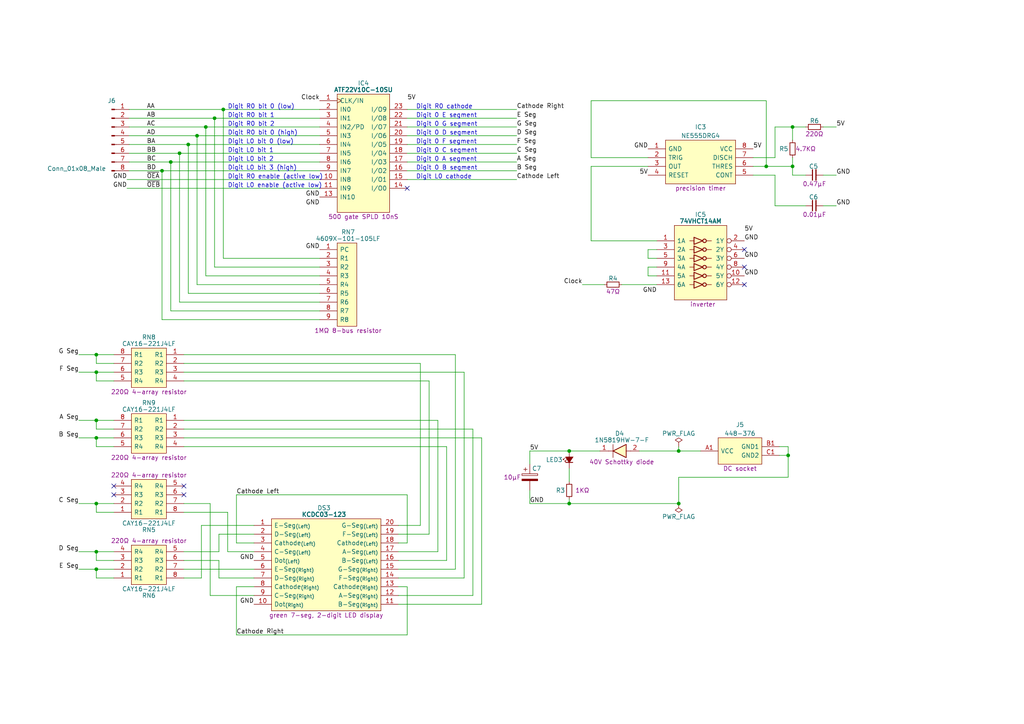
<source format=kicad_sch>
(kicad_sch (version 20211123) (generator eeschema)
  (paper "A4")
  (lib_symbols
    (symbol "Bourns:4609X-101-105LF" (pin_names (offset 0.762))
      (property "Reference" "RN" (at 8.255 5.08 0))
      (property "Value" "4609X-101-105LF" (at 8.255 3.175 0))
      (property "Description" "1MΩ 8-bus resistor" (at 8.255 -23.495 0))
      (symbol "4609X-101-105LF_0_0"
        (pin passive line (at 0 0 0) (length 5.08) (name "PC") (number "1"))
        (pin passive line (at 0 -2.54 0) (length 5.08) (name "R1") (number "2"))
        (pin passive line (at 0 -5.08 0) (length 5.08) (name "R2") (number "3"))
        (pin passive line (at 0 -7.62 0) (length 5.08) (name "R3") (number "4"))
        (pin passive line (at 0 -10.16 0) (length 5.08) (name "R4") (number "5"))
        (pin passive line (at 0 -12.7 0) (length 5.08) (name "R5") (number "6"))
        (pin passive line (at 0 -15.24 0) (length 5.08) (name "R6") (number "7"))
        (pin passive line (at 0 -17.78 0) (length 5.08) (name "R7") (number "8"))
        (pin passive line (at 0 -20.32 0) (length 5.08) (name "R8") (number "9"))
      )
      (symbol "4609X-101-105LF_0_1"
        (polyline (pts (xy 5.08 1.905) (xy 10.795 1.905) (xy 10.795 -22.225) (xy 5.08 -22.225) (xy 5.08 1.905)) (stroke (width 0.1524)) (fill (type background)))
      )
    )
    (symbol "Bourns:CAY16-221J4LF" (pin_names (offset 0.762))
      (property "Reference" "RN" (at 10.16 5.08 0))
      (property "Value" "CAY16-221J4LF" (at 10.16 3.175 0))
      (property "Description" "220Ω 4-array resistor" (at 10.16 -10.795 0))
      (symbol "CAY16-221J4LF_0_0"
        (pin passive line (at 0 0 0) (length 5.08) (name "R1") (number "1"))
        (pin passive line (at 0 -2.54 0) (length 5.08) (name "R2") (number "2"))
        (pin passive line (at 0 -5.08 0) (length 5.08) (name "R3") (number "3"))
        (pin passive line (at 0 -7.62 0) (length 5.08) (name "R4") (number "4"))
        (pin passive line (at 20.32 -7.62 180) (length 5.08) (name "R4") (number "5"))
        (pin passive line (at 20.32 -5.08 180) (length 5.08) (name "R3") (number "6"))
        (pin passive line (at 20.32 -2.54 180) (length 5.08) (name "R2") (number "7"))
        (pin passive line (at 20.32 0 180) (length 5.08) (name "R1") (number "8"))
      )
      (symbol "CAY16-221J4LF_0_1"
        (polyline (pts (xy 5.08 1.905) (xy 15.24 1.905) (xy 15.24 -9.525) (xy 5.08 -9.525) (xy 5.08 1.905)) (stroke (width 0.1524)) (fill (type background)))
      )
    )
    (symbol "Connector:Conn_01x08_Male" (pin_names (offset 1.016) hide)
      (property "Reference" "J" (at 0 10.16 0))
      (property "Value" "Conn_01x08_Male" (at 0 -12.7 0))
      (symbol "Conn_01x08_Male_1_1"
        (polyline (pts (xy 1.27 -10.16) (xy 0.8636 -10.16)) (stroke (width 0.1524)))
        (polyline (pts (xy 1.27 -7.62) (xy 0.8636 -7.62)) (stroke (width 0.1524)))
        (polyline (pts (xy 1.27 -5.08) (xy 0.8636 -5.08)) (stroke (width 0.1524)))
        (polyline (pts (xy 1.27 -2.54) (xy 0.8636 -2.54)) (stroke (width 0.1524)))
        (polyline (pts (xy 1.27 0) (xy 0.8636 0)) (stroke (width 0.1524)))
        (polyline (pts (xy 1.27 2.54) (xy 0.8636 2.54)) (stroke (width 0.1524)))
        (polyline (pts (xy 1.27 5.08) (xy 0.8636 5.08)) (stroke (width 0.1524)))
        (polyline (pts (xy 1.27 7.62) (xy 0.8636 7.62)) (stroke (width 0.1524)))
        (rectangle (start 0.8636 -10.033) (end 0 -10.287) (stroke (width 0.1524)) (fill (type outline)))
        (rectangle (start 0.8636 -7.493) (end 0 -7.747) (stroke (width 0.1524)) (fill (type outline)))
        (rectangle (start 0.8636 -4.953) (end 0 -5.207) (stroke (width 0.1524)) (fill (type outline)))
        (rectangle (start 0.8636 -2.413) (end 0 -2.667) (stroke (width 0.1524)) (fill (type outline)))
        (rectangle (start 0.8636 0.127) (end 0 -0.127) (stroke (width 0.1524)) (fill (type outline)))
        (rectangle (start 0.8636 2.667) (end 0 2.413) (stroke (width 0.1524)) (fill (type outline)))
        (rectangle (start 0.8636 5.207) (end 0 4.953) (stroke (width 0.1524)) (fill (type outline)))
        (rectangle (start 0.8636 7.747) (end 0 7.493) (stroke (width 0.1524)) (fill (type outline)))
        (pin passive line (at 5.08 7.62 180) (length 3.81) (name "Pin_1") (number "1"))
        (pin passive line (at 5.08 5.08 180) (length 3.81) (name "Pin_2") (number "2"))
        (pin passive line (at 5.08 2.54 180) (length 3.81) (name "Pin_3") (number "3"))
        (pin passive line (at 5.08 0 180) (length 3.81) (name "Pin_4") (number "4"))
        (pin passive line (at 5.08 -2.54 180) (length 3.81) (name "Pin_5") (number "5"))
        (pin passive line (at 5.08 -5.08 180) (length 3.81) (name "Pin_6") (number "6"))
        (pin passive line (at 5.08 -7.62 180) (length 3.81) (name "Pin_7") (number "7"))
        (pin passive line (at 5.08 -10.16 180) (length 3.81) (name "Pin_8") (number "8"))
      )
    )
    (symbol "Device:C_Polarized" (pin_numbers hide) (pin_names (offset 0.254))
      (property "Reference" "C" (at 0.635 2.54 0))
      (property "Value" "C_Polarized" (at 0.635 -2.54 0))
      (symbol "C_Polarized_0_1"
        (rectangle (start -2.286 0.508) (end 2.286 1.016))
        (polyline (pts (xy -1.778 2.286) (xy -0.762 2.286)))
        (polyline (pts (xy -1.27 2.794) (xy -1.27 1.778)))
        (rectangle (start 2.286 -0.508) (end -2.286 -1.016) (fill (type outline)))
      )
      (symbol "C_Polarized_1_1"
        (pin passive line (at 0 3.81 270) (length 2.794) (name "~") (number "1"))
        (pin passive line (at 0 -3.81 90) (length 2.794) (name "~") (number "2"))
      )
    )
    (symbol "Device:LED_Small_Filled" (pin_numbers hide) (pin_names (offset 0.254) hide)
      (property "Reference" "D" (at -1.27 3.175 0))
      (property "Value" "LED_Small_Filled" (at -4.445 -2.54 0))
      (symbol "LED_Small_Filled_0_1"
        (polyline (pts (xy -0.762 -1.016) (xy -0.762 1.016)) (stroke (width 0.254)))
        (polyline (pts (xy 1.016 0) (xy -0.762 0)))
        (polyline (pts (xy 0.762 -1.016) (xy -0.762 0) (xy 0.762 1.016) (xy 0.762 -1.016)) (stroke (width 0.254)) (fill (type outline)))
        (polyline (pts (xy 0 0.762) (xy -0.508 1.27) (xy -0.254 1.27) (xy -0.508 1.27) (xy -0.508 1.016)))
        (polyline (pts (xy 0.508 1.27) (xy 0 1.778) (xy 0.254 1.778) (xy 0 1.778) (xy 0 1.524)))
      )
      (symbol "LED_Small_Filled_1_1"
        (pin passive line (at -2.54 0 0) (length 1.778) (name "K") (number "1"))
        (pin passive line (at 2.54 0 180) (length 1.778) (name "A") (number "2"))
      )
    )
    (symbol "Diodes_Inc:1N5819HW-7-F" (pin_names (offset 0.762))
      (property "Reference" "D" (at 5.715 5.08 0))
      (property "Value" "1N5819HW-7-F" (at 6.35 3.175 0))
      (property "Description" "40V Schottky diode" (at 6.35 -3.175 0))
      (symbol "1N5819HW-7-F_0_0"
        (pin passive line (at 0 0 0) (length 2.54) (name "~") (number "1"))
        (pin passive line (at 11.43 0 180) (length 2.54) (name "~") (number "2"))
      )
      (symbol "1N5819HW-7-F_0_1"
        (polyline (pts (xy 2.54 0) (xy 3.81 0)) (stroke (width 0.1524)))
        (polyline (pts (xy 3.81 1.905) (xy 3.81 -1.905)) (stroke (width 0.1524)))
        (polyline (pts (xy 7.62 0) (xy 8.89 0)) (stroke (width 0.1524)))
        (polyline (pts (xy 3.81 0) (xy 7.62 1.905) (xy 7.62 -1.905) (xy 3.81 0)) (stroke (width 0.254)) (fill (type background)))
      )
    )
    (symbol "HCP65:C_0805" (pin_numbers hide) (pin_names (offset 0.254) hide)
      (property "Reference" "C" (at 2.286 2.54 0))
      (property "Description" "?μF" (at 2.54 -2.54 0))
      (symbol "C_0805_0_1"
        (polyline (pts (xy 1.9685 -1.4605) (xy 1.9685 1.5875)) (stroke (width 0.3048)))
        (polyline (pts (xy 2.9845 -1.4605) (xy 2.9845 1.5875)) (stroke (width 0.3302)))
      )
      (symbol "C_0805_1_1"
        (pin passive line (at 0 0 0) (length 2.032) (name "~") (number "1"))
        (pin passive line (at 5.08 0 180) (length 2.032) (name "~") (number "2"))
      )
    )
    (symbol "HCP65:R_0805" (pin_numbers hide) (pin_names hide)
      (property "Reference" "R" (at 2.54 1.778 0))
      (property "Description" "?Ω" (at 2.54 -2.032 0))
      (symbol "R_0805_0_1"
        (rectangle (start 0.762 0.762) (end 4.318 -0.762) (stroke (width 0.2032)))
      )
      (symbol "R_0805_1_1"
        (pin passive line (at 0 0 0) (length 0.72) (name "~") (number "1"))
        (pin passive line (at 5.08 0 180) (length 0.72) (name "~") (number "2"))
      )
    )
    (symbol "Kingbright:KCDC03-123" (pin_names (offset 0.762))
      (property "Reference" "DS" (at 20.32 5.08 0))
      (property "Value" "KCDC03-123" (at 20.32 3.175 0))
      (property "Description" "green 7-seg, 2-digit LED display" (at 20.955 -26.035 0))
      (symbol "KCDC03-123_0_0"
        (pin input line (at 0 0 0) (length 5.08) (name "E-Seg_{(Left)}") (number "1"))
        (pin input line (at 0 -22.86 0) (length 5.08) (name "Dot_{(Right)}") (number "10"))
        (pin input line (at 41.91 -22.86 180) (length 5.08) (name "B-Seg_{(Right)}") (number "11"))
        (pin input line (at 41.91 -20.32 180) (length 5.08) (name "A-Seg_{(Right)}") (number "12"))
        (pin passive line (at 41.91 -17.78 180) (length 5.08) (name "Cathode_{(Right)}") (number "13"))
        (pin input line (at 41.91 -15.24 180) (length 5.08) (name "F-Seg_{(Right)}") (number "14"))
        (pin input line (at 41.91 -12.7 180) (length 5.08) (name "G-Seg_{(Right)}") (number "15"))
        (pin input line (at 41.91 -10.16 180) (length 5.08) (name "B-Seg_{(Left)}") (number "16"))
        (pin input line (at 41.91 -7.62 180) (length 5.08) (name "A-Seg_{(Left)}") (number "17"))
        (pin passive line (at 41.91 -5.08 180) (length 5.08) (name "Cathode_{(Left)}") (number "18"))
        (pin input line (at 41.91 -2.54 180) (length 5.08) (name "F-Seg_{(Left)}") (number "19"))
        (pin input line (at 0 -2.54 0) (length 5.08) (name "D-Seg_{(Left)}") (number "2"))
        (pin input line (at 41.91 0 180) (length 5.08) (name "G-Seg_{(Left)}") (number "20"))
        (pin passive line (at 0 -5.08 0) (length 5.08) (name "Cathode_{(Left)}") (number "3"))
        (pin input line (at 0 -7.62 0) (length 5.08) (name "C-Seg_{(Left)}") (number "4"))
        (pin input line (at 0 -10.16 0) (length 5.08) (name "Dot_{(Left)}") (number "5"))
        (pin input line (at 0 -12.7 0) (length 5.08) (name "E-Seg_{(Right)}") (number "6"))
        (pin input line (at 0 -15.24 0) (length 5.08) (name "D-Seg_{(Right)}") (number "7"))
        (pin passive line (at 0 -17.78 0) (length 5.08) (name "Cathode_{(Right)}") (number "8"))
        (pin input line (at 0 -20.32 0) (length 5.08) (name "C-Seg_{(Right)}") (number "9"))
      )
      (symbol "KCDC03-123_0_1"
        (polyline (pts (xy 5.08 1.905) (xy 36.83 1.905) (xy 36.83 -24.765) (xy 5.08 -24.765) (xy 5.08 1.905)) (stroke (width 0.1524)) (fill (type background)))
      )
    )
    (symbol "Microchip:ATF22V10C-10SU" (pin_names (offset 0.762))
      (property "Reference" "IC" (at 12.7 5.08 0))
      (property "Value" "ATF22V10C-10SU" (at 12.7 3.175 0))
      (property "Description" "500 gate SPLD 10nS" (at 12.7 -33.655 0))
      (symbol "ATF22V10C-10SU_0_0"
        (pin input clock (at 0 0 0) (length 5.08) (name "CLK/IN") (number "1"))
        (pin input line (at 0 -22.86 0) (length 5.08) (name "IN8") (number "10"))
        (pin input line (at 0 -25.4 0) (length 5.08) (name "IN9") (number "11"))
        (pin passive line (at 0 -30.48 0) (length 5.08) hide (name "GND") (number "12"))
        (pin input line (at 0 -27.94 0) (length 5.08) (name "IN10") (number "13"))
        (pin bidirectional line (at 25.4 -25.4 180) (length 5.08) (name "I/O0") (number "14"))
        (pin bidirectional line (at 25.4 -22.86 180) (length 5.08) (name "I/O1") (number "15"))
        (pin bidirectional line (at 25.4 -20.32 180) (length 5.08) (name "I/O2") (number "16"))
        (pin bidirectional line (at 25.4 -17.78 180) (length 5.08) (name "I/O3") (number "17"))
        (pin bidirectional line (at 25.4 -15.24 180) (length 5.08) (name "I/O4") (number "18"))
        (pin bidirectional line (at 25.4 -12.7 180) (length 5.08) (name "I/O5") (number "19"))
        (pin input line (at 0 -2.54 0) (length 5.08) (name "IN0") (number "2"))
        (pin bidirectional line (at 25.4 -10.16 180) (length 5.08) (name "I/O6") (number "20"))
        (pin bidirectional line (at 25.4 -7.62 180) (length 5.08) (name "I/O7") (number "21"))
        (pin bidirectional line (at 25.4 -5.08 180) (length 5.08) (name "I/O8") (number "22"))
        (pin bidirectional line (at 25.4 -2.54 180) (length 5.08) (name "I/O9") (number "23"))
        (pin passive line (at 25.4 0 180) (length 5.08) hide (name "5V") (number "24"))
        (pin input line (at 0 -5.08 0) (length 5.08) (name "IN1") (number "3"))
        (pin input line (at 0 -7.62 0) (length 5.08) (name "IN2/PD") (number "4"))
        (pin input line (at 0 -10.16 0) (length 5.08) (name "IN3") (number "5"))
        (pin input line (at 0 -12.7 0) (length 5.08) (name "IN4") (number "6"))
        (pin input line (at 0 -15.24 0) (length 5.08) (name "IN5") (number "7"))
        (pin input line (at 0 -17.78 0) (length 5.08) (name "IN6") (number "8"))
        (pin input line (at 0 -20.32 0) (length 5.08) (name "IN7") (number "9"))
      )
      (symbol "ATF22V10C-10SU_0_1"
        (polyline (pts (xy 5.08 1.905) (xy 20.32 1.905) (xy 20.32 -32.385) (xy 5.08 -32.385) (xy 5.08 1.905)) (stroke (width 0.1524)) (fill (type background)))
      )
    )
    (symbol "ON_Semiconductor:74VHCT14AM" (pin_names (offset 0.762))
      (property "Reference" "IC" (at 12.7 7.62 0))
      (property "Value" "74VHCT14AM" (at 12.7 5.715 0))
      (property "Description" "inverter" (at 13.335 -18.415 0))
      (symbol "74VHCT14AM_0_0"
        (pin input line (at 0 0 0) (length 5.08) (name "1A") (number "1"))
        (pin output inverted (at 25.4 -10.16 180) (length 5.08) (name "5Y") (number "10"))
        (pin input line (at 0 -10.16 0) (length 5.08) (name "5A") (number "11"))
        (pin output inverted (at 25.4 -12.7 180) (length 5.08) (name "6Y") (number "12"))
        (pin input line (at 0 -12.7 0) (length 5.08) (name "6A") (number "13"))
        (pin passive line (at 25.4 2.54 180) (length 5.08) hide (name "5V") (number "14"))
        (pin output inverted (at 25.4 0 180) (length 5.08) (name "1Y") (number "2"))
        (pin input line (at 0 -2.54 0) (length 5.08) (name "2A") (number "3"))
        (pin output inverted (at 25.4 -2.54 180) (length 5.08) (name "2Y") (number "4"))
        (pin input line (at 0 -5.08 0) (length 5.08) (name "3A") (number "5"))
        (pin output inverted (at 25.4 -5.08 180) (length 5.08) (name "3Y") (number "6"))
        (pin passive line (at 0 -15.24 0) (length 5.08) hide (name "GND") (number "7"))
        (pin output inverted (at 25.4 -7.62 180) (length 5.08) (name "4Y") (number "8"))
        (pin input line (at 0 -7.62 0) (length 5.08) (name "4A") (number "9"))
      )
      (symbol "74VHCT14AM_0_1"
        (polyline (pts (xy 9.525 -12.7) (xy 10.7949 -12.7)))
        (polyline (pts (xy 9.525 -10.16) (xy 10.7949 -10.16)))
        (polyline (pts (xy 9.525 -7.62) (xy 10.7949 -7.62)))
        (polyline (pts (xy 9.525 -5.08) (xy 10.7949 -5.08)))
        (polyline (pts (xy 9.525 -2.54) (xy 10.7949 -2.54)))
        (polyline (pts (xy 9.525 0) (xy 10.7949 0)))
        (polyline (pts (xy 14.351 -12.7) (xy 15.875 -12.7)))
        (polyline (pts (xy 14.351 -10.16) (xy 15.875 -10.16)))
        (polyline (pts (xy 14.351 -7.62) (xy 15.875 -7.62)))
        (polyline (pts (xy 14.351 -5.08) (xy 15.875 -5.08)))
        (polyline (pts (xy 14.351 -2.54) (xy 15.875 -2.54)))
        (polyline (pts (xy 14.351 0) (xy 15.875 0)))
        (polyline (pts (xy 10.795 -13.716) (xy 13.335 -12.7) (xy 10.795 -11.684)) (stroke (width 0.254)))
        (polyline (pts (xy 10.795 -11.176) (xy 13.335 -10.16) (xy 10.795 -9.144)) (stroke (width 0.254)))
        (polyline (pts (xy 10.795 -8.636) (xy 13.335 -7.62) (xy 10.795 -6.604)) (stroke (width 0.254)))
        (polyline (pts (xy 10.795 -6.096) (xy 13.335 -5.08) (xy 10.795 -4.064)) (stroke (width 0.254)))
        (polyline (pts (xy 10.795 -3.556) (xy 13.335 -2.54) (xy 10.795 -1.524)) (stroke (width 0.254)))
        (polyline (pts (xy 10.795 -1.016) (xy 13.335 0) (xy 10.795 1.016)) (stroke (width 0.254)))
        (polyline (pts (xy 5.08 4.445) (xy 20.32 4.445) (xy 20.32 -17.145) (xy 5.08 -17.145) (xy 5.08 4.445)) (stroke (width 0.1524)) (fill (type background)))
        (rectangle (start 10.795 -11.684) (end 10.795 -13.716) (stroke (width 0.254)) (fill (type background)))
        (rectangle (start 10.795 -9.144) (end 10.795 -11.176) (stroke (width 0.254)) (fill (type background)))
        (rectangle (start 10.795 -6.604) (end 10.795 -8.636) (stroke (width 0.254)) (fill (type background)))
        (rectangle (start 10.795 -4.064) (end 10.795 -6.096) (stroke (width 0.254)) (fill (type background)))
        (rectangle (start 10.795 -1.524) (end 10.795 -3.556) (stroke (width 0.254)) (fill (type background)))
        (rectangle (start 10.795 1.016) (end 10.795 -1.016) (stroke (width 0.254)) (fill (type background)))
        (circle (center 13.843 -12.7) (radius 0.508) (stroke (width 0.254)))
        (circle (center 13.843 -10.16) (radius 0.508) (stroke (width 0.254)))
        (circle (center 13.843 -7.62) (radius 0.508) (stroke (width 0.254)))
        (circle (center 13.843 -5.08) (radius 0.508) (stroke (width 0.254)))
        (circle (center 13.843 -2.54) (radius 0.508) (stroke (width 0.254)))
        (circle (center 13.843 0) (radius 0.508) (stroke (width 0.254)))
      )
    )
    (symbol "RS_Components:448-376" (pin_names (offset 0.762))
      (property "Reference" "J" (at 11.43 6.35 0))
      (property "Value" "448-376" (at 11.43 3.81 0))
      (property "Description" "DC socket" (at 11.43 -6.35 0))
      (symbol "448-376_0_0"
        (pin passive line (at 0 -1.27 0) (length 5.08) (name "VCC") (number "A1"))
        (pin passive line (at 22.86 0 180) (length 5.08) (name "GND1") (number "B1"))
        (pin passive line (at 22.86 -2.54 180) (length 5.08) (name "GND2") (number "C1"))
      )
      (symbol "448-376_0_1"
        (polyline (pts (xy 5.08 2.54) (xy 17.78 2.54) (xy 17.78 -5.08) (xy 5.08 -5.08) (xy 5.08 2.54)) (stroke (width 0.1524)) (fill (type background)))
      )
    )
    (symbol "Texas_Instruments:NE555DRG4" (pin_names (offset 0.762))
      (property "Reference" "IC3" (at 15.24 6.35 0))
      (property "Value" "NE555DRG4" (at 15.24 3.81 0))
      (property "Description" "precision timer" (at 15.24 -11.43 0))
      (symbol "NE555DRG4_0_0"
        (pin passive line (at 0 0 0) (length 5.08) (name "GND") (number "1"))
        (pin passive line (at 0 -2.54 0) (length 5.08) (name "TRIG") (number "2"))
        (pin passive line (at 0 -5.08 0) (length 5.08) (name "OUT") (number "3"))
        (pin passive line (at 0 -7.62 0) (length 5.08) (name "RESET") (number "4"))
        (pin passive line (at 30.48 -7.62 180) (length 5.08) (name "CONT") (number "5"))
        (pin passive line (at 30.48 -5.08 180) (length 5.08) (name "THRES") (number "6"))
        (pin passive line (at 30.48 -2.54 180) (length 5.08) (name "DISCH") (number "7"))
        (pin passive line (at 30.48 0 180) (length 5.08) (name "VCC") (number "8"))
      )
      (symbol "NE555DRG4_0_1"
        (polyline (pts (xy 5.08 2.54) (xy 25.4 2.54) (xy 25.4 -10.16) (xy 5.08 -10.16) (xy 5.08 2.54)) (stroke (width 0.1524)) (fill (type background)))
      )
    )
    (symbol "power:PWR_FLAG" (power) (pin_numbers hide) (pin_names (offset 0) hide)
      (property "Value" "PWR_FLAG" (at 0 3.81 0))
      (symbol "PWR_FLAG_0_0"
        (pin power_out line (at 0 0 90) (length 0) (name "pwr") (number "1"))
      )
      (symbol "PWR_FLAG_0_1"
        (polyline (pts (xy 0 0) (xy 0 1.27) (xy -1.016 1.905) (xy 0 2.54) (xy 1.016 1.905) (xy 0 1.27)))
      )
    )
  )
  (junction (at 229.87 36.83))
  (junction (at 27.94 160.02))
  (junction (at 27.94 165.1))
  (junction (at 27.94 146.05))
  (junction (at 165.1 130.81))
  (junction (at 27.94 127))
  (junction (at 27.94 107.95))
  (junction (at 49.53 46.99))
  (junction (at 196.85 146.05))
  (junction (at 196.85 130.81))
  (junction (at 57.15 39.37))
  (junction (at 228.6 132.08))
  (junction (at 64.77 31.75))
  (junction (at 52.07 44.45))
  (junction (at 27.94 102.87))
  (junction (at 46.99 49.53))
  (junction (at 229.87 48.26))
  (junction (at 27.94 121.92))
  (junction (at 59.69 36.83))
  (junction (at 62.23 34.29))
  (junction (at 222.25 48.26))
  (junction (at 54.61 41.91))
  (junction (at 165.1 146.05))
  (no_connect (at 215.9 72.39))
  (no_connect (at 215.9 77.47))
  (no_connect (at 215.9 82.55))
  (no_connect (at 53.34 143.51))
  (no_connect (at 33.02 143.51))
  (no_connect (at 53.34 140.97))
  (no_connect (at 33.02 140.97))
  (no_connect (at 118.11 54.61))
  (wire (pts (xy 196.85 130.81) (xy 203.2 130.81)))
  (wire (pts (xy 229.87 36.83) (xy 229.87 40.64)))
  (wire (pts (xy 33.02 148.59) (xy 27.94 148.59)))
  (wire (pts (xy 196.85 129.54) (xy 196.85 130.81)))
  (wire (pts (xy 62.23 77.47) (xy 92.71 77.47)))
  (wire (pts (xy 115.57 172.72) (xy 137.16 172.72)))
  (wire (pts (xy 171.45 48.26) (xy 171.45 69.85)))
  (wire (pts (xy 187.96 74.93) (xy 190.5 74.93)))
  (wire (pts (xy 27.94 129.54) (xy 27.94 127)))
  (wire (pts (xy 46.99 49.53) (xy 92.71 49.53)))
  (wire (pts (xy 115.57 157.48) (xy 118.11 157.48)))
  (wire (pts (xy 66.04 160.02) (xy 73.66 160.02)))
  (wire (pts (xy 165.1 130.81) (xy 173.99 130.81)))
  (wire (pts (xy 27.94 121.92) (xy 33.02 121.92)))
  (wire (pts (xy 228.6 129.54) (xy 226.06 129.54)))
  (wire (pts (xy 124.46 110.49) (xy 124.46 154.94)))
  (wire (pts (xy 64.77 31.75) (xy 92.71 31.75)))
  (wire (pts (xy 52.07 44.45) (xy 92.71 44.45)))
  (wire (pts (xy 53.34 165.1) (xy 73.66 165.1)))
  (wire (pts (xy 33.02 162.56) (xy 27.94 162.56)))
  (wire (pts (xy 22.86 121.92) (xy 27.94 121.92)))
  (wire (pts (xy 228.6 138.43) (xy 196.85 138.43)))
  (wire (pts (xy 27.94 105.41) (xy 27.94 102.87)))
  (wire (pts (xy 118.11 170.18) (xy 115.57 170.18)))
  (wire (pts (xy 73.66 167.64) (xy 63.5 167.64)))
  (wire (pts (xy 37.465 41.91) (xy 54.61 41.91)))
  (wire (pts (xy 53.34 162.56) (xy 63.5 162.56)))
  (wire (pts (xy 62.23 34.29) (xy 92.71 34.29)))
  (wire (pts (xy 62.23 77.47) (xy 62.23 34.29)))
  (wire (pts (xy 68.58 143.51) (xy 118.11 143.51)))
  (wire (pts (xy 33.02 110.49) (xy 27.94 110.49)))
  (wire (pts (xy 171.45 29.21) (xy 222.25 29.21)))
  (wire (pts (xy 37.465 34.29) (xy 62.23 34.29)))
  (wire (pts (xy 59.69 36.83) (xy 92.71 36.83)))
  (wire (pts (xy 53.34 105.41) (xy 121.92 105.41)))
  (wire (pts (xy 64.77 74.93) (xy 64.77 31.75)))
  (wire (pts (xy 190.5 77.47) (xy 187.96 77.47)))
  (wire (pts (xy 165.1 135.89) (xy 165.1 139.7)))
  (wire (pts (xy 57.15 39.37) (xy 92.71 39.37)))
  (wire (pts (xy 66.04 148.59) (xy 66.04 160.02)))
  (wire (pts (xy 115.57 154.94) (xy 124.46 154.94)))
  (wire (pts (xy 187.96 72.39) (xy 187.96 74.93)))
  (wire (pts (xy 73.66 170.18) (xy 68.58 170.18)))
  (wire (pts (xy 57.15 82.55) (xy 92.71 82.55)))
  (wire (pts (xy 134.62 107.95) (xy 134.62 167.64)))
  (wire (pts (xy 149.86 49.53) (xy 118.11 49.53)))
  (wire (pts (xy 27.94 124.46) (xy 27.94 121.92)))
  (wire (pts (xy 27.94 127) (xy 33.02 127)))
  (wire (pts (xy 132.08 102.87) (xy 132.08 165.1)))
  (wire (pts (xy 63.5 160.02) (xy 63.5 154.94)))
  (wire (pts (xy 49.53 90.17) (xy 49.53 46.99)))
  (wire (pts (xy 242.57 36.83) (xy 238.76 36.83)))
  (wire (pts (xy 118.11 157.48) (xy 118.11 143.51)))
  (wire (pts (xy 53.34 127) (xy 139.7 127)))
  (wire (pts (xy 22.86 165.1) (xy 27.94 165.1)))
  (wire (pts (xy 27.94 162.56) (xy 27.94 160.02)))
  (wire (pts (xy 171.45 45.72) (xy 171.45 29.21)))
  (wire (pts (xy 36.83 52.07) (xy 92.71 52.07)))
  (wire (pts (xy 27.94 165.1) (xy 27.94 167.64)))
  (wire (pts (xy 187.96 77.47) (xy 187.96 80.01)))
  (wire (pts (xy 185.42 130.81) (xy 196.85 130.81)))
  (wire (pts (xy 224.79 50.8) (xy 224.79 59.69)))
  (wire (pts (xy 187.96 80.01) (xy 190.5 80.01)))
  (wire (pts (xy 228.6 132.08) (xy 226.06 132.08)))
  (wire (pts (xy 149.86 46.99) (xy 118.11 46.99)))
  (wire (pts (xy 27.94 107.95) (xy 33.02 107.95)))
  (wire (pts (xy 149.86 36.83) (xy 118.11 36.83)))
  (wire (pts (xy 59.69 80.01) (xy 59.69 36.83)))
  (wire (pts (xy 222.25 48.26) (xy 229.87 48.26)))
  (wire (pts (xy 228.6 129.54) (xy 228.6 132.08)))
  (wire (pts (xy 53.34 124.46) (xy 137.16 124.46)))
  (wire (pts (xy 37.465 46.99) (xy 49.53 46.99)))
  (wire (pts (xy 46.99 92.71) (xy 46.99 49.53)))
  (wire (pts (xy 165.1 130.81) (xy 153.67 130.81)))
  (wire (pts (xy 196.85 138.43) (xy 196.85 146.05)))
  (wire (pts (xy 242.57 59.69) (xy 238.76 59.69)))
  (wire (pts (xy 68.58 157.48) (xy 73.66 157.48)))
  (wire (pts (xy 60.96 146.05) (xy 60.96 172.72)))
  (wire (pts (xy 46.99 92.71) (xy 92.71 92.71)))
  (wire (pts (xy 153.67 130.81) (xy 153.67 134.62)))
  (wire (pts (xy 233.68 50.8) (xy 229.87 50.8)))
  (wire (pts (xy 64.77 31.75) (xy 37.465 31.75)))
  (wire (pts (xy 153.67 146.05) (xy 153.67 142.24)))
  (wire (pts (xy 73.66 152.4) (xy 58.42 152.4)))
  (wire (pts (xy 37.465 49.53) (xy 46.99 49.53)))
  (wire (pts (xy 63.5 162.56) (xy 63.5 167.64)))
  (wire (pts (xy 73.66 172.72) (xy 60.96 172.72)))
  (wire (pts (xy 53.34 146.05) (xy 60.96 146.05)))
  (wire (pts (xy 53.34 102.87) (xy 132.08 102.87)))
  (wire (pts (xy 115.57 160.02) (xy 127 160.02)))
  (wire (pts (xy 228.6 132.08) (xy 228.6 138.43)))
  (wire (pts (xy 68.58 143.51) (xy 68.58 157.48)))
  (wire (pts (xy 59.69 80.01) (xy 92.71 80.01)))
  (wire (pts (xy 49.53 90.17) (xy 92.71 90.17)))
  (wire (pts (xy 115.57 165.1) (xy 132.08 165.1)))
  (wire (pts (xy 165.1 146.05) (xy 153.67 146.05)))
  (wire (pts (xy 59.69 36.83) (xy 37.465 36.83)))
  (wire (pts (xy 33.02 129.54) (xy 27.94 129.54)))
  (wire (pts (xy 37.465 44.45) (xy 52.07 44.45)))
  (wire (pts (xy 127 121.92) (xy 127 160.02)))
  (wire (pts (xy 54.61 85.09) (xy 54.61 41.91)))
  (wire (pts (xy 149.86 39.37) (xy 118.11 39.37)))
  (wire (pts (xy 218.44 50.8) (xy 224.79 50.8)))
  (wire (pts (xy 22.86 146.05) (xy 27.94 146.05)))
  (wire (pts (xy 224.79 45.72) (xy 218.44 45.72)))
  (wire (pts (xy 121.92 105.41) (xy 121.92 152.4)))
  (wire (pts (xy 229.87 36.83) (xy 233.68 36.83)))
  (wire (pts (xy 222.25 29.21) (xy 222.25 48.26)))
  (wire (pts (xy 27.94 146.05) (xy 33.02 146.05)))
  (wire (pts (xy 180.34 82.55) (xy 190.5 82.55)))
  (wire (pts (xy 53.34 167.64) (xy 58.42 167.64)))
  (wire (pts (xy 68.58 184.15) (xy 118.11 184.15)))
  (wire (pts (xy 187.96 48.26) (xy 171.45 48.26)))
  (wire (pts (xy 52.07 87.63) (xy 52.07 44.45)))
  (wire (pts (xy 242.57 50.8) (xy 238.76 50.8)))
  (wire (pts (xy 149.86 52.07) (xy 118.11 52.07)))
  (wire (pts (xy 63.5 154.94) (xy 73.66 154.94)))
  (wire (pts (xy 53.34 129.54) (xy 129.54 129.54)))
  (wire (pts (xy 115.57 175.26) (xy 139.7 175.26)))
  (wire (pts (xy 53.34 121.92) (xy 127 121.92)))
  (wire (pts (xy 224.79 59.69) (xy 233.68 59.69)))
  (wire (pts (xy 118.11 184.15) (xy 118.11 170.18)))
  (wire (pts (xy 115.57 167.64) (xy 134.62 167.64)))
  (wire (pts (xy 168.91 82.55) (xy 175.26 82.55)))
  (wire (pts (xy 52.07 87.63) (xy 92.71 87.63)))
  (wire (pts (xy 54.61 85.09) (xy 92.71 85.09)))
  (wire (pts (xy 27.94 110.49) (xy 27.94 107.95)))
  (wire (pts (xy 229.87 48.26) (xy 229.87 50.8)))
  (wire (pts (xy 171.45 69.85) (xy 190.5 69.85)))
  (wire (pts (xy 137.16 124.46) (xy 137.16 172.72)))
  (wire (pts (xy 22.86 102.87) (xy 27.94 102.87)))
  (wire (pts (xy 124.46 110.49) (xy 53.34 110.49)))
  (wire (pts (xy 57.15 82.55) (xy 57.15 39.37)))
  (wire (pts (xy 53.34 107.95) (xy 134.62 107.95)))
  (wire (pts (xy 64.77 74.93) (xy 92.71 74.93)))
  (wire (pts (xy 58.42 152.4) (xy 58.42 167.64)))
  (wire (pts (xy 196.85 146.05) (xy 165.1 146.05)))
  (wire (pts (xy 149.86 41.91) (xy 118.11 41.91)))
  (wire (pts (xy 149.86 34.29) (xy 118.11 34.29)))
  (wire (pts (xy 54.61 41.91) (xy 92.71 41.91)))
  (wire (pts (xy 66.04 148.59) (xy 53.34 148.59)))
  (wire (pts (xy 27.94 165.1) (xy 33.02 165.1)))
  (wire (pts (xy 224.79 36.83) (xy 229.87 36.83)))
  (wire (pts (xy 222.25 48.26) (xy 218.44 48.26)))
  (wire (pts (xy 115.57 152.4) (xy 121.92 152.4)))
  (wire (pts (xy 22.86 107.95) (xy 27.94 107.95)))
  (wire (pts (xy 149.86 31.75) (xy 118.11 31.75)))
  (wire (pts (xy 68.58 170.18) (xy 68.58 184.15)))
  (wire (pts (xy 37.465 39.37) (xy 57.15 39.37)))
  (wire (pts (xy 36.83 54.61) (xy 92.71 54.61)))
  (wire (pts (xy 129.54 129.54) (xy 129.54 162.56)))
  (wire (pts (xy 139.7 127) (xy 139.7 175.26)))
  (wire (pts (xy 229.87 48.26) (xy 229.87 45.72)))
  (wire (pts (xy 115.57 162.56) (xy 129.54 162.56)))
  (wire (pts (xy 33.02 167.64) (xy 27.94 167.64)))
  (wire (pts (xy 190.5 72.39) (xy 187.96 72.39)))
  (wire (pts (xy 33.02 124.46) (xy 27.94 124.46)))
  (wire (pts (xy 49.53 46.99) (xy 92.71 46.99)))
  (wire (pts (xy 27.94 148.59) (xy 27.94 146.05)))
  (wire (pts (xy 27.94 102.87) (xy 33.02 102.87)))
  (wire (pts (xy 165.1 146.05) (xy 165.1 144.78)))
  (wire (pts (xy 22.86 127) (xy 27.94 127)))
  (wire (pts (xy 53.34 160.02) (xy 63.5 160.02)))
  (wire (pts (xy 187.96 45.72) (xy 171.45 45.72)))
  (wire (pts (xy 224.79 36.83) (xy 224.79 45.72)))
  (wire (pts (xy 27.94 160.02) (xy 33.02 160.02)))
  (wire (pts (xy 33.02 105.41) (xy 27.94 105.41)))
  (wire (pts (xy 22.86 160.02) (xy 27.94 160.02)))
  (wire (pts (xy 149.86 44.45) (xy 118.11 44.45)))
  (text "Digit R0 bit 0 (low)" (at 66.04 31.75 0) (effects (font (size 1.27 1.27)) (justify left bottom)))
  (text "Digit 0 A segment" (at 120.65 46.99 0) (effects (font (size 1.27 1.27)) (justify left bottom)))
  (text "Digit R0 bit 1" (at 66.04 34.29 0) (effects (font (size 1.27 1.27)) (justify left bottom)))
  (text "Digit L0 enable (active low)" (at 66.04 54.61 0) (effects (font (size 1.27 1.27)) (justify left bottom)))
  (text "Digit L0 cathode" (at 120.65 52.07 0) (effects (font (size 1.27 1.27)) (justify left bottom)))
  (text "Digit 0 D segment" (at 120.65 39.37 0) (effects (font (size 1.27 1.27)) (justify left bottom)))
  (text "Digit 0 F segment" (at 120.65 41.91 0) (effects (font (size 1.27 1.27)) (justify left bottom)))
  (text "Digit L0 bit 3 (high)" (at 66.04 49.53 0) (effects (font (size 1.27 1.27)) (justify left bottom)))
  (text "Digit 0 G segment" (at 120.65 36.83 0) (effects (font (size 1.27 1.27)) (justify left bottom)))
  (text "Digit L0 bit 0 (low)" (at 66.04 41.91 0) (effects (font (size 1.27 1.27)) (justify left bottom)))
  (text "Digit R0 enable (active low)" (at 66.04 52.07 0) (effects (font (size 1.27 1.27)) (justify left bottom)))
  (text "Digit L0 bit 1" (at 66.04 44.45 0) (effects (font (size 1.27 1.27)) (justify left bottom)))
  (text "Digit 0 B segment" (at 120.65 49.53 0) (effects (font (size 1.27 1.27)) (justify left bottom)))
  (text "Digit R0 bit 2\n" (at 66.04 36.83 0) (effects (font (size 1.27 1.27)) (justify left bottom)))
  (text "Digit R0 bit 0 (high)" (at 66.04 39.37 0) (effects (font (size 1.27 1.27)) (justify left bottom)))
  (text "Digit 0 E segment" (at 120.65 34.29 0) (effects (font (size 1.27 1.27)) (justify left bottom)))
  (text "Digit L0 bit 2" (at 66.04 46.99 0) (effects (font (size 1.27 1.27)) (justify left bottom)))
  (text "Digit 0 C segment" (at 120.65 44.45 0) (effects (font (size 1.27 1.27)) (justify left bottom)))
  (text "Digit R0 cathode" (at 120.65 31.75 0) (effects (font (size 1.27 1.27)) (justify left bottom)))
  (label "Cathode Right" (at 68.58 184.15 0))
  (label "C Seg" (at 22.86 146.05 180))
  (label "B Seg" (at 22.86 127 180))
  (label "5V" (at 215.9 67.31 0))
  (label "5V" (at 242.57 36.83 0))
  (label "5V" (at 187.96 50.8 180))
  (label "GND" (at 92.71 57.15 180))
  (label "GND" (at 92.71 59.69 180))
  (label "AD" (at 42.545 39.37 0))
  (label "D Seg" (at 149.86 39.37 0))
  (label "5V" (at 218.44 43.18 0))
  (label "GND" (at 190.5 85.09 180))
  (label "E Seg" (at 22.86 165.1 180))
  (label "F Seg" (at 149.86 41.91 0))
  (label "GND" (at 73.66 175.26 180))
  (label "GND" (at 187.96 43.18 180))
  (label "GND" (at 242.57 50.8 0))
  (label "~{OEB}" (at 42.545 54.61 0))
  (label "GND" (at 215.9 80.01 0))
  (label "Cathode Left" (at 149.86 52.07 0))
  (label "BC" (at 42.545 46.99 0))
  (label "B Seg" (at 149.86 49.53 0))
  (label "BB" (at 42.545 44.45 0))
  (label "AC" (at 42.545 36.83 0))
  (label "E Seg" (at 149.86 34.29 0))
  (label "A Seg" (at 22.86 121.92 180))
  (label "GND" (at 215.9 74.93 0))
  (label "Cathode Right" (at 149.86 31.75 0))
  (label "BD" (at 42.545 49.53 0))
  (label "Clock" (at 168.91 82.55 180))
  (label "~{OEA}" (at 42.545 52.07 0))
  (label "GND" (at 36.83 54.61 180))
  (label "GND" (at 242.57 59.69 0))
  (label "GND" (at 36.83 52.07 180))
  (label "D Seg" (at 22.86 160.02 180))
  (label "GND" (at 92.71 72.39 180))
  (label "GND" (at 215.9 69.85 0))
  (label "GND" (at 153.67 146.05 0))
  (label "G Seg" (at 22.86 102.87 180))
  (label "AB" (at 42.545 34.29 0))
  (label "A Seg" (at 149.86 46.99 0))
  (label "BA" (at 42.545 41.91 0))
  (label "G Seg" (at 149.86 36.83 0))
  (label "AA" (at 42.545 31.75 0))
  (label "5V" (at 153.67 130.81 0))
  (label "Cathode Left" (at 68.58 143.51 0))
  (label "5V" (at 118.11 29.21 0))
  (label "GND" (at 73.66 162.56 180))
  (label "C Seg" (at 149.86 44.45 0))
  (label "Clock" (at 92.71 29.21 180))
  (label "F Seg" (at 22.86 107.95 180))
  (symbol (lib_id "Microchip:ATF22V10C-10SU") (at 92.71 29.21 0) (unit 1)
    (property "Reference" "IC4" (at 105.41 24.13 0))
    (property "Value" "ATF22V10C-10SU" (at 105.41 26.035 0) (effects (font bold)))
    (property "Footprint" "SOIC127P1032X265-24N" (effects hide))
    (property "Datasheet" "https://ww1.microchip.com/downloads/en/DeviceDoc/doc0735.pdf" (effects hide))
    (property "Description" "500 gate SPLD 10nS" (at 105.41 62.865 0))
    (property "Height" "2.65" (effects hide))
    (property "Manufacturer_Name" "Microchip" (effects hide))
    (property "Manufacturer_Part_Number" "ATF22V10C-10SU" (effects hide))
    (property "Mouser Part Number" "556-ATF22V10C-10SU" (effects hide))
    (property "Mouser Price/Stock" "https://www.mouser.co.uk/ProductDetail/Microchip-Technology/ATF22V10C-10SU?qs=5h0i3Kr%252BAn1OOXkPIe2X2A%3D%3D" (effects hide))
    (property "Arrow Part Number" "ATF22V10C-10SU" (effects hide))
    (property "Arrow Price/Stock" "https://www.arrow.com/en/products/atf22v10c-10su/microchip-technology?region=nac" (effects hide))
  )
  (symbol (lib_id "Diodes_Inc:1N5819HW-7-F") (at 173.99 130.81 0) (unit 1)
    (property "Reference" "D4" (at 179.705 125.73 0))
    (property "Value" "1N5819HW-7-F" (at 180.34 127.635 0))
    (property "Footprint" "SOD3716X145N" (effects hide))
    (property "Datasheet" "https://datasheet.datasheetarchive.com/originals/distributors/Datasheets-DGA23/1390892.pdf" (effects hide))
    (property "Description" "40V Schottky diode" (at 180.34 133.985 0))
    (property "Height" "1.45" (effects hide))
    (property "Manufacturer_Name" "Diodes Inc." (effects hide))
    (property "Manufacturer_Part_Number" "1N5819HW-7-F" (effects hide))
    (property "Mouser Part Number" "621-1N5819HW-F" (effects hide))
    (property "Mouser Price/Stock" "https://www.mouser.co.uk/ProductDetail/Diodes-Incorporated/1N5819HW-7-F?qs=NQ47qNm99eDyWTEd07miYA%3D%3D" (effects hide))
    (property "Silkscreen" "1N5819" (effects hide))
  )
  (symbol (lib_id "Bourns:CAY16-221J4LF") (at 53.34 102.87 0) (mirror y) (unit 1)
    (property "Reference" "RN8" (at 43.18 97.79 0))
    (property "Value" "CAY16-221J4LF" (at 43.18 99.695 0))
    (property "Footprint" "CAY1647R0F4LF" (effects hide))
    (property "Datasheet" "https://www.bourns.com/docs/Product-Datasheets/CATCAY.pdf" (effects hide))
    (property "Description" "220Ω 4-array resistor" (at 43.18 113.665 0))
    (property "Height" "0.6" (effects hide))
    (property "Manufacturer_Name" "Bourns" (effects hide))
    (property "Manufacturer_Part_Number" "CAY16-221J4LF" (effects hide))
    (property "Mouser Part Number" "652-CAY16-221J4LF" (effects hide))
    (property "Mouser Price/Stock" "https://www.mouser.co.uk/ProductDetail/Bourns/CAY16-221J4LF?qs=BKfsZh40Pd9sAo64tUrb9Q%3D%3D" (effects hide))
    (property "Arrow Part Number" "CAY16-221J4LF" (effects hide))
    (property "Arrow Price/Stock" "https://www.arrow.com/en/products/cay16-221j4lf/bourns?region=nac" (effects hide))
    (property "Silkscreen" "220Ω" (effects hide))
  )
  (symbol (lib_id "power:PWR_FLAG") (at 196.85 146.05 180) (unit 1)
    (property "Reference" "#FLG02" (effects hide))
    (property "Value" "PWR_FLAG" (at 196.85 149.86 0))
  )
  (symbol (lib_id "HCP65:R_0805") (at 165.1 144.78 90) (unit 1)
    (property "Reference" "R3" (at 162.56 142.24 90))
    (property "Value" "R_0805" (effects hide))
    (property "Footprint" "SamacSys_Parts:R_0805" (effects hide))
    (property "Description" "1KΩ" (at 168.91 142.24 90))
  )
  (symbol (lib_id "RS_Components:448-376") (at 203.2 129.54 0) (unit 1)
    (property "Reference" "J5" (at 214.63 123.19 0))
    (property "Value" "448-376" (at 214.63 125.73 0))
    (property "Footprint" "448376" (effects hide))
    (property "Datasheet" "https://docs.rs-online.com/902a/0900766b81582446.pdf" (effects hide))
    (property "Description" "DC socket" (at 214.63 135.89 0))
    (property "Height" "11" (effects hide))
    (property "Manufacturer_Name" "RS Components" (effects hide))
    (property "Manufacturer_Part_Number" "448-376" (effects hide))
  )
  (symbol (lib_id "Kingbright:KCDC03-123") (at 73.66 152.4 0) (unit 1)
    (property "Reference" "DS3" (at 93.98 147.32 0))
    (property "Value" "KCDC03-123" (at 93.98 149.225 0) (effects (font bold)))
    (property "Footprint" "KCDC03123" (effects hide))
    (property "Datasheet" "http://www.kingbright.com/attachments/file/psearch/000/00/20160808bak/KCDC03-123(Ver.10A).pdf" (effects hide))
    (property "Description" "green 7-seg, 2-digit LED display" (at 94.615 178.435 0))
    (property "Height" "4.1" (effects hide))
    (property "Manufacturer_Name" "Kingbright" (effects hide))
    (property "Manufacturer_Part_Number" "KCDC03-123" (effects hide))
    (property "Mouser Part Number" "N/A" (effects hide))
    (property "Mouser Price/Stock" "http://www.mouser.com/Search/ProductDetail.aspx?qs=2JU0tDl2GZ3i3Ngnh7RV3w%3d%3d" (effects hide))
  )
  (symbol (lib_id "Bourns:CAY16-221J4LF") (at 33.02 148.59 0) (mirror x) (unit 1)
    (property "Reference" "RN5" (at 43.18 153.67 0))
    (property "Value" "CAY16-221J4LF" (at 43.18 151.765 0))
    (property "Footprint" "CAY1647R0F4LF" (effects hide))
    (property "Datasheet" "https://www.bourns.com/docs/Product-Datasheets/CATCAY.pdf" (effects hide))
    (property "Description" "220Ω 4-array resistor" (at 43.18 137.795 0))
    (property "Height" "0.6" (effects hide))
    (property "Manufacturer_Name" "Bourns" (effects hide))
    (property "Manufacturer_Part_Number" "CAY16-221J4LF" (effects hide))
    (property "Mouser Part Number" "652-CAY16-221J4LF" (effects hide))
    (property "Mouser Price/Stock" "https://www.mouser.co.uk/ProductDetail/Bourns/CAY16-221J4LF?qs=BKfsZh40Pd9sAo64tUrb9Q%3D%3D" (effects hide))
    (property "Arrow Part Number" "CAY16-221J4LF" (effects hide))
    (property "Arrow Price/Stock" "https://www.arrow.com/en/products/cay16-221j4lf/bourns?region=nac" (effects hide))
    (property "Silkscreen" "220Ω" (effects hide))
  )
  (symbol (lib_id "Texas_Instruments:NE555DRG4") (at 187.96 43.18 0) (unit 1)
    (property "Reference" "IC3" (at 203.2 36.83 0))
    (property "Value" "NE555DRG4" (at 203.2 39.37 0))
    (property "Footprint" "SOIC127P600X175-8N" (effects hide))
    (property "Description" "precision timer" (at 203.2 54.61 0))
    (property "Height" "1.75" (effects hide))
    (property "Mouser Part Number" "595-NE555DRG4" (effects hide))
    (property "Mouser Price/Stock" "https://www.mouser.co.uk/ProductDetail/Texas-Instruments/NE555DRG4?qs=rLYyFdxB%2FmreBHawQCpQ0Q%3D%3D" (effects hide))
    (property "Manufacturer_Name" "Texas Instruments" (effects hide))
    (property "Manufacturer_Part_Number" "NE555DRG4" (effects hide))
    (property "Silkscreen" "NE555" (effects hide))
  )
  (symbol (lib_id "HCP65:R_0805") (at 233.68 36.83 0) (unit 1)
    (property "Reference" "R6" (at 236.22 35.052 0))
    (property "Value" "R_0805" (effects hide))
    (property "Footprint" "SamacSys_Parts:R_0805" (effects hide))
    (property "Description" "220Ω" (at 236.22 38.862 0))
  )
  (symbol (lib_id "HCP65:R_0805") (at 229.87 45.72 90) (unit 1)
    (property "Reference" "R5" (at 227.33 43.18 90))
    (property "Value" "R_0805" (effects hide))
    (property "Footprint" "SamacSys_Parts:R_0805" (effects hide))
    (property "Description" "4.7KΩ" (at 233.68 43.18 90))
  )
  (symbol (lib_id "Connector:Conn_01x08_Male") (at 32.385 39.37 0) (unit 1)
    (property "Reference" "J6" (at 32.385 29.21 0))
    (property "Value" "Conn_01x08_Male" (at 22.225 48.895 0))
    (property "Footprint" "Connector_PinHeader_2.54mm:PinHeader_1x08_P2.54mm_Vertical" (effects hide))
  )
  (symbol (lib_id "Bourns:CAY16-221J4LF") (at 53.34 121.92 0) (mirror y) (unit 1)
    (property "Reference" "RN9" (at 43.18 116.84 0))
    (property "Value" "CAY16-221J4LF" (at 43.18 118.745 0))
    (property "Footprint" "CAY1647R0F4LF" (effects hide))
    (property "Datasheet" "https://www.bourns.com/docs/Product-Datasheets/CATCAY.pdf" (effects hide))
    (property "Description" "220Ω 4-array resistor" (at 43.18 132.715 0))
    (property "Height" "0.6" (effects hide))
    (property "Manufacturer_Name" "Bourns" (effects hide))
    (property "Manufacturer_Part_Number" "CAY16-221J4LF" (effects hide))
    (property "Mouser Part Number" "652-CAY16-221J4LF" (effects hide))
    (property "Mouser Price/Stock" "https://www.mouser.co.uk/ProductDetail/Bourns/CAY16-221J4LF?qs=BKfsZh40Pd9sAo64tUrb9Q%3D%3D" (effects hide))
    (property "Arrow Part Number" "CAY16-221J4LF" (effects hide))
    (property "Arrow Price/Stock" "https://www.arrow.com/en/products/cay16-221j4lf/bourns?region=nac" (effects hide))
    (property "Silkscreen" "220Ω" (effects hide))
  )
  (symbol (lib_id "Device:LED_Small_Filled") (at 165.1 133.35 90) (unit 1)
    (property "Reference" "LED3" (at 163.195 133.35 90) (effects (justify left)))
    (property "Value" "LED_Small_Filled" (effects hide))
    (property "Footprint" "SamacSys_Parts:LED_D5.0mm" (effects hide))
  )
  (symbol (lib_id "Device:C_Polarized") (at 153.67 138.43 0) (unit 1)
    (property "Reference" "C7" (at 154.305 135.89 0) (effects (justify left)))
    (property "Value" "C_Polarized" (effects hide))
    (property "Footprint" "Capacitor_THT:CP_Radial_D4.0mm_P1.50mm" (effects hide))
    (property "Description" "10μF" (at 148.59 138.43 0))
  )
  (symbol (lib_id "HCP65:C_0805") (at 233.68 50.8 0) (unit 1)
    (property "Reference" "C5" (at 235.966 48.26 0))
    (property "Value" "C_0805" (effects hide))
    (property "Footprint" "SamacSys_Parts:C_0805" (effects hide))
    (property "Description" "0.47μF" (at 236.22 53.34 0))
  )
  (symbol (lib_id "ON_Semiconductor:74VHCT14AM") (at 190.5 69.85 0) (unit 1)
    (property "Reference" "IC5" (at 203.2 62.23 0))
    (property "Value" "74VHCT14AM" (at 203.2 64.135 0) (effects (font bold)))
    (property "Footprint" "SOIC127P600X175-14N" (effects hide))
    (property "Datasheet" "https://docs.rs-online.com/5e2e/0900766b812cf5b5.pdf" (effects hide))
    (property "Description" "inverter" (at 203.835 88.265 0))
    (property "Height" "1.75" (effects hide))
    (property "Manufacturer_Name" "onsemi" (effects hide))
    (property "Manufacturer_Part_Number" "74VHCT14AM" (effects hide))
    (property "Mouser Part Number" "512-74VHCT14AM" (effects hide))
    (property "Mouser Price/Stock" "https://www.mouser.com/Search/Refine.aspx?Keyword=512-74VHCT14AM" (effects hide))
    (property "Arrow Part Number" "74VHCT14AM" (effects hide))
    (property "Arrow Price/Stock" "https://www.arrow.com/en/products/74vhct14am/on-semiconductor" (effects hide))
  )
  (symbol (lib_id "Bourns:CAY16-221J4LF") (at 33.02 167.64 0) (mirror x) (unit 1)
    (property "Reference" "RN6" (at 43.18 172.72 0))
    (property "Value" "CAY16-221J4LF" (at 43.18 170.815 0))
    (property "Footprint" "CAY1647R0F4LF" (effects hide))
    (property "Datasheet" "https://www.bourns.com/docs/Product-Datasheets/CATCAY.pdf" (effects hide))
    (property "Description" "220Ω 4-array resistor" (at 43.18 156.845 0))
    (property "Height" "0.6" (effects hide))
    (property "Manufacturer_Name" "Bourns" (effects hide))
    (property "Manufacturer_Part_Number" "CAY16-221J4LF" (effects hide))
    (property "Mouser Part Number" "652-CAY16-221J4LF" (effects hide))
    (property "Mouser Price/Stock" "https://www.mouser.co.uk/ProductDetail/Bourns/CAY16-221J4LF?qs=BKfsZh40Pd9sAo64tUrb9Q%3D%3D" (effects hide))
    (property "Arrow Part Number" "CAY16-221J4LF" (effects hide))
    (property "Arrow Price/Stock" "https://www.arrow.com/en/products/cay16-221j4lf/bourns?region=nac" (effects hide))
    (property "Silkscreen" "220Ω" (effects hide))
  )
  (symbol (lib_id "Bourns:4609X-101-105LF") (at 92.71 72.39 0) (unit 1)
    (property "Reference" "RN7" (at 100.965 67.31 0))
    (property "Value" "4609X-101-105LF" (at 100.965 69.215 0))
    (property "Footprint" "SamacSys_Parts:4609X" (effects hide))
    (property "Datasheet" "https://www.bourns.com/pdfs/4600X.pdf" (effects hide))
    (property "Description" "1MΩ 8-bus resistor" (at 100.965 95.885 0))
    (property "Manufacturer_Name" "Bourns" (effects hide))
    (property "Manufacturer_Part_Number" "4609X-101-105LF" (effects hide))
    (property "Mouser Part Number" "652-4609X-1LF-1M" (effects hide))
    (property "Mouser Price/Stock" "https://www.mouser.com/Search/Refine.aspx?Keyword=652-4609X-1LF-1M" (effects hide))
    (property "Arrow Part Number" "4609X-101-105LF" (effects hide))
    (property "Arrow Price/Stock" "https://www.arrow.com/en/products/4609x-101-105lf/bourns?region=europe" (effects hide))
  )
  (symbol (lib_id "HCP65:R_0805") (at 175.26 82.55 0) (unit 1)
    (property "Reference" "R4" (at 177.8 80.772 0))
    (property "Value" "R_0805" (effects hide))
    (property "Footprint" "SamacSys_Parts:R_0805" (effects hide))
    (property "Description" "47Ω" (at 177.8 84.582 0))
  )
  (symbol (lib_id "power:PWR_FLAG") (at 196.85 129.54 0) (unit 1)
    (property "Reference" "#FLG01" (effects hide))
    (property "Value" "PWR_FLAG" (at 196.85 125.73 0))
  )
  (symbol (lib_id "HCP65:C_0805") (at 233.68 59.69 0) (unit 1)
    (property "Reference" "C6" (at 235.966 57.15 0))
    (property "Value" "C_0805" (effects hide))
    (property "Footprint" "SamacSys_Parts:C_0805" (effects hide))
    (property "Description" "0.01μF" (at 236.22 62.23 0))
  )
)
</source>
